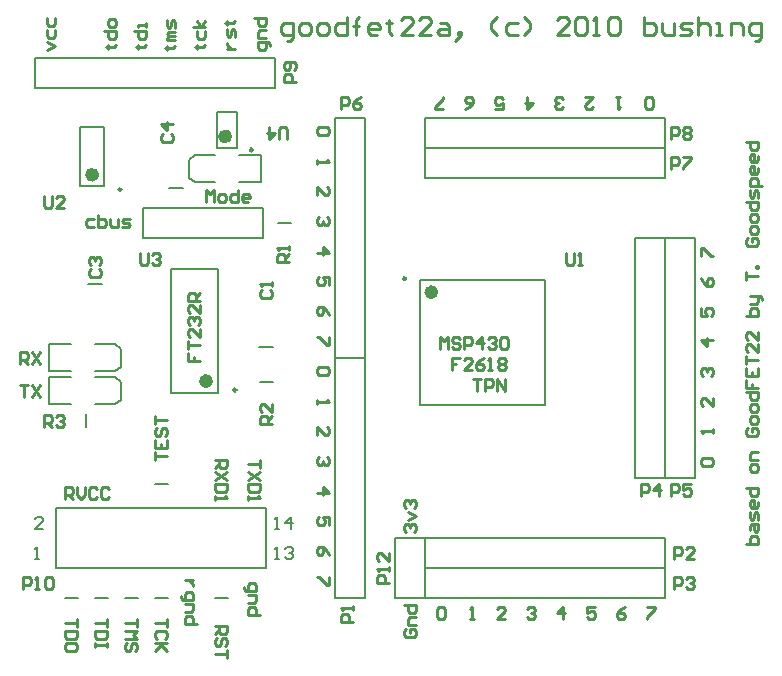
<source format=gto>
%FSAX25Y25*%
%MOIN*%
G70*
G01*
G75*
G04 Layer_Color=65535*
%ADD10O,0.06496X0.01181*%
%ADD11R,0.05906X0.05906*%
%ADD12O,0.07480X0.02362*%
%ADD13O,0.08268X0.01772*%
%ADD14R,0.05118X0.03937*%
%ADD15O,0.01181X0.06890*%
%ADD16O,0.06890X0.01181*%
%ADD17R,0.05512X0.05512*%
%ADD18R,0.03937X0.05118*%
%ADD19C,0.01000*%
%ADD20C,0.01400*%
%ADD21C,0.02000*%
%ADD22C,0.01200*%
%ADD23C,0.01600*%
%ADD24C,0.05906*%
%ADD25C,0.02362*%
%ADD26R,0.05906X0.05906*%
%ADD27C,0.03000*%
%ADD28R,0.09843X0.07874*%
%ADD29R,0.09055X0.01969*%
%ADD30C,0.00984*%
%ADD31C,0.02362*%
%ADD32C,0.00787*%
%ADD33C,0.00800*%
D19*
X0428000Y0368000D02*
X0428000Y0371999D01*
X0429999Y0371999D01*
X0430666Y0371332D01*
X0430666Y0369999D01*
X0429999Y0369333D01*
X0428000Y0369333D01*
X0431999Y0371332D02*
X0432665Y0371999D01*
X0433998Y0371999D01*
X0434664Y0371332D01*
X0434664Y0370666D01*
X0433998Y0369999D01*
X0433332Y0369999D01*
X0433998Y0369999D01*
X0434664Y0369333D01*
X0434664Y0368666D01*
X0433998Y0368000D01*
X0432665Y0368000D01*
X0431999Y0368666D01*
X0299000Y0518001D02*
X0299000Y0521334D01*
X0298334Y0522000D01*
X0297001Y0522000D01*
X0296334Y0521334D01*
X0296334Y0518001D01*
X0293002Y0522000D02*
X0293002Y0518001D01*
X0295001Y0520001D01*
X0292336Y0520001D01*
X0392000Y0479999D02*
X0392000Y0476666D01*
X0392666Y0476000D01*
X0393999Y0476000D01*
X0394666Y0476666D01*
X0394666Y0479999D01*
X0395999Y0476000D02*
X0397332Y0476000D01*
X0396665Y0476000D01*
X0396665Y0479999D01*
X0395999Y0479332D01*
X0250000Y0479999D02*
X0250000Y0476666D01*
X0250666Y0476000D01*
X0251999Y0476000D01*
X0252666Y0476666D01*
X0252666Y0479999D01*
X0253999Y0479332D02*
X0254665Y0479999D01*
X0255998Y0479999D01*
X0256664Y0479332D01*
X0256664Y0478666D01*
X0255998Y0477999D01*
X0255332Y0477999D01*
X0255998Y0477999D01*
X0256664Y0477333D01*
X0256664Y0476666D01*
X0255998Y0476000D01*
X0254665Y0476000D01*
X0253999Y0476666D01*
X0218000Y0498999D02*
X0218000Y0495666D01*
X0218666Y0495000D01*
X0219999Y0495000D01*
X0220666Y0495666D01*
X0220666Y0498999D01*
X0224664Y0495000D02*
X0221999Y0495000D01*
X0224664Y0497666D01*
X0224664Y0498332D01*
X0223998Y0498999D01*
X0222665Y0498999D01*
X0221999Y0498332D01*
X0218000Y0422000D02*
X0218000Y0425999D01*
X0219999Y0425999D01*
X0220666Y0425332D01*
X0220666Y0423999D01*
X0219999Y0423333D01*
X0218000Y0423333D01*
X0219333Y0423333D02*
X0220666Y0422000D01*
X0221999Y0425332D02*
X0222665Y0425999D01*
X0223998Y0425999D01*
X0224664Y0425332D01*
X0224664Y0424666D01*
X0223998Y0423999D01*
X0223332Y0423999D01*
X0223998Y0423999D01*
X0224664Y0423333D01*
X0224664Y0422666D01*
X0223998Y0422000D01*
X0222665Y0422000D01*
X0221999Y0422666D01*
X0294000Y0423000D02*
X0290001Y0423000D01*
X0290001Y0424999D01*
X0290668Y0425666D01*
X0292001Y0425666D01*
X0292667Y0424999D01*
X0292667Y0423000D01*
X0292667Y0424333D02*
X0294000Y0425666D01*
X0294000Y0429665D02*
X0294000Y0426999D01*
X0291334Y0429665D01*
X0290668Y0429665D01*
X0290001Y0428998D01*
X0290001Y0427665D01*
X0290668Y0426999D01*
X0299500Y0477000D02*
X0295501Y0477000D01*
X0295501Y0478999D01*
X0296168Y0479666D01*
X0297501Y0479666D01*
X0298167Y0478999D01*
X0298167Y0477000D01*
X0298167Y0478333D02*
X0299500Y0479666D01*
X0299500Y0480999D02*
X0299500Y0482332D01*
X0299500Y0481665D01*
X0295501Y0481665D01*
X0296168Y0480999D01*
X0211000Y0368000D02*
X0211000Y0371999D01*
X0212999Y0371999D01*
X0213666Y0371332D01*
X0213666Y0369999D01*
X0212999Y0369333D01*
X0211000Y0369333D01*
X0214999Y0368000D02*
X0216332Y0368000D01*
X0215665Y0368000D01*
X0215665Y0371999D01*
X0214999Y0371332D01*
X0218331Y0371332D02*
X0218997Y0371999D01*
X0220330Y0371999D01*
X0220997Y0371332D01*
X0220997Y0368666D01*
X0220330Y0368000D01*
X0218997Y0368000D01*
X0218331Y0368666D01*
X0218331Y0371332D01*
X0427000Y0518000D02*
X0427000Y0521999D01*
X0428999Y0521999D01*
X0429666Y0521332D01*
X0429666Y0519999D01*
X0428999Y0519333D01*
X0427000Y0519333D01*
X0430999Y0521332D02*
X0431665Y0521999D01*
X0432998Y0521999D01*
X0433665Y0521332D01*
X0433665Y0520666D01*
X0432998Y0519999D01*
X0433665Y0519333D01*
X0433665Y0518666D01*
X0432998Y0518000D01*
X0431665Y0518000D01*
X0430999Y0518666D01*
X0430999Y0519333D01*
X0431665Y0519999D01*
X0430999Y0520666D01*
X0430999Y0521332D01*
X0431665Y0519999D02*
X0432998Y0519999D01*
X0317000Y0528000D02*
X0317000Y0531999D01*
X0318999Y0531999D01*
X0319666Y0531332D01*
X0319666Y0529999D01*
X0318999Y0529333D01*
X0317000Y0529333D01*
X0323664Y0531999D02*
X0322332Y0531332D01*
X0320999Y0529999D01*
X0320999Y0528666D01*
X0321665Y0528000D01*
X0322998Y0528000D01*
X0323664Y0528666D01*
X0323664Y0529333D01*
X0322998Y0529999D01*
X0320999Y0529999D01*
X0427000Y0508000D02*
X0427000Y0511999D01*
X0428999Y0511999D01*
X0429666Y0511332D01*
X0429666Y0509999D01*
X0428999Y0509333D01*
X0427000Y0509333D01*
X0430999Y0511999D02*
X0433665Y0511999D01*
X0433665Y0511332D01*
X0430999Y0508666D01*
X0430999Y0508000D01*
X0427000Y0399000D02*
X0427000Y0402999D01*
X0428999Y0402999D01*
X0429666Y0402332D01*
X0429666Y0400999D01*
X0428999Y0400333D01*
X0427000Y0400333D01*
X0433665Y0402999D02*
X0430999Y0402999D01*
X0430999Y0400999D01*
X0432332Y0401666D01*
X0432998Y0401666D01*
X0433665Y0400999D01*
X0433665Y0399666D01*
X0432998Y0399000D01*
X0431665Y0399000D01*
X0430999Y0399666D01*
X0428000Y0378000D02*
X0428000Y0381999D01*
X0429999Y0381999D01*
X0430666Y0381332D01*
X0430666Y0379999D01*
X0429999Y0379333D01*
X0428000Y0379333D01*
X0434664Y0378000D02*
X0431999Y0378000D01*
X0434664Y0380666D01*
X0434664Y0381332D01*
X0433998Y0381999D01*
X0432665Y0381999D01*
X0431999Y0381332D01*
X0417000Y0399000D02*
X0417000Y0402999D01*
X0418999Y0402999D01*
X0419666Y0402332D01*
X0419666Y0400999D01*
X0418999Y0400333D01*
X0417000Y0400333D01*
X0422998Y0399000D02*
X0422998Y0402999D01*
X0420999Y0400999D01*
X0423665Y0400999D01*
X0302000Y0537000D02*
X0298001Y0537000D01*
X0298001Y0538999D01*
X0298668Y0539666D01*
X0300001Y0539666D01*
X0300667Y0538999D01*
X0300667Y0537000D01*
X0301334Y0540999D02*
X0302000Y0541665D01*
X0302000Y0542998D01*
X0301334Y0543665D01*
X0298668Y0543665D01*
X0298001Y0542998D01*
X0298001Y0541665D01*
X0298668Y0540999D01*
X0299334Y0540999D01*
X0300001Y0541665D01*
X0300001Y0543665D01*
X0321000Y0357000D02*
X0317001Y0357000D01*
X0317001Y0358999D01*
X0317668Y0359666D01*
X0319001Y0359666D01*
X0319667Y0358999D01*
X0319667Y0357000D01*
X0321000Y0360999D02*
X0321000Y0362332D01*
X0321000Y0361665D01*
X0317001Y0361665D01*
X0317668Y0360999D01*
X0257668Y0519666D02*
X0257001Y0518999D01*
X0257001Y0517666D01*
X0257668Y0517000D01*
X0260334Y0517000D01*
X0261000Y0517666D01*
X0261000Y0518999D01*
X0260334Y0519666D01*
X0261000Y0522998D02*
X0257001Y0522998D01*
X0259001Y0520999D01*
X0259001Y0523665D01*
X0233668Y0474666D02*
X0233001Y0473999D01*
X0233001Y0472666D01*
X0233668Y0472000D01*
X0236334Y0472000D01*
X0237000Y0472666D01*
X0237000Y0473999D01*
X0236334Y0474666D01*
X0233668Y0475999D02*
X0233001Y0476665D01*
X0233001Y0477998D01*
X0233668Y0478664D01*
X0234334Y0478664D01*
X0235001Y0477998D01*
X0235001Y0477332D01*
X0235001Y0477998D01*
X0235667Y0478664D01*
X0236334Y0478664D01*
X0237000Y0477998D01*
X0237000Y0476665D01*
X0236334Y0475999D01*
X0290668Y0467666D02*
X0290001Y0466999D01*
X0290001Y0465666D01*
X0290668Y0465000D01*
X0293334Y0465000D01*
X0294000Y0465666D01*
X0294000Y0466999D01*
X0293334Y0467666D01*
X0294000Y0468999D02*
X0294000Y0470332D01*
X0294000Y0469665D01*
X0290001Y0469665D01*
X0290668Y0468999D01*
X0333000Y0370000D02*
X0329001Y0370000D01*
X0329001Y0371999D01*
X0329668Y0372666D01*
X0331001Y0372666D01*
X0331667Y0371999D01*
X0331667Y0370000D01*
X0333000Y0373999D02*
X0333000Y0375332D01*
X0333000Y0374665D01*
X0329001Y0374665D01*
X0329668Y0373999D01*
X0333000Y0379997D02*
X0333000Y0377331D01*
X0330334Y0379997D01*
X0329668Y0379997D01*
X0329001Y0379330D01*
X0329001Y0377997D01*
X0329668Y0377331D01*
X0312999Y0372000D02*
X0312999Y0369334D01*
X0312332Y0369334D01*
X0309666Y0372000D01*
X0309000Y0372000D01*
X0312999Y0379334D02*
X0312332Y0380667D01*
X0310999Y0382000D01*
X0309666Y0382000D01*
X0309000Y0381334D01*
X0309000Y0380001D01*
X0309666Y0379334D01*
X0310333Y0379334D01*
X0310999Y0380001D01*
X0310999Y0382000D01*
X0312999Y0389334D02*
X0312999Y0392000D01*
X0310999Y0392000D01*
X0311666Y0390667D01*
X0311666Y0390001D01*
X0310999Y0389334D01*
X0309666Y0389334D01*
X0309000Y0390001D01*
X0309000Y0391334D01*
X0309666Y0392000D01*
X0309000Y0400001D02*
X0312999Y0400001D01*
X0310999Y0402000D01*
X0310999Y0399334D01*
X0312332Y0412000D02*
X0312999Y0411334D01*
X0312999Y0410001D01*
X0312332Y0409334D01*
X0311666Y0409334D01*
X0310999Y0410001D01*
X0310999Y0410667D01*
X0310999Y0410001D01*
X0310333Y0409334D01*
X0309666Y0409334D01*
X0309000Y0410001D01*
X0309000Y0411334D01*
X0309666Y0412000D01*
X0309000Y0419334D02*
X0309000Y0422000D01*
X0311666Y0419334D01*
X0312332Y0419334D01*
X0312999Y0420001D01*
X0312999Y0421334D01*
X0312332Y0422000D01*
X0309000Y0431000D02*
X0309000Y0429667D01*
X0309000Y0430334D01*
X0312999Y0430334D01*
X0312332Y0431000D01*
X0312332Y0442000D02*
X0312999Y0441334D01*
X0312999Y0440001D01*
X0312332Y0439334D01*
X0309666Y0439334D01*
X0309000Y0440001D01*
X0309000Y0441334D01*
X0309666Y0442000D01*
X0312332Y0442000D01*
X0312999Y0452000D02*
X0312999Y0449334D01*
X0312332Y0449334D01*
X0309666Y0452000D01*
X0309000Y0452000D01*
X0312999Y0459334D02*
X0312332Y0460667D01*
X0310999Y0462000D01*
X0309666Y0462000D01*
X0309000Y0461334D01*
X0309000Y0460001D01*
X0309666Y0459334D01*
X0310333Y0459334D01*
X0310999Y0460001D01*
X0310999Y0462000D01*
X0312999Y0469334D02*
X0312999Y0472000D01*
X0310999Y0472000D01*
X0311666Y0470667D01*
X0311666Y0470001D01*
X0310999Y0469334D01*
X0309666Y0469334D01*
X0309000Y0470001D01*
X0309000Y0471334D01*
X0309666Y0472000D01*
X0309000Y0480001D02*
X0312999Y0480001D01*
X0310999Y0482000D01*
X0310999Y0479334D01*
X0312332Y0492000D02*
X0312999Y0491334D01*
X0312999Y0490001D01*
X0312332Y0489334D01*
X0311666Y0489334D01*
X0310999Y0490001D01*
X0310999Y0490667D01*
X0310999Y0490001D01*
X0310333Y0489334D01*
X0309666Y0489334D01*
X0309000Y0490001D01*
X0309000Y0491334D01*
X0309666Y0492000D01*
X0309000Y0499334D02*
X0309000Y0502000D01*
X0311666Y0499334D01*
X0312332Y0499334D01*
X0312999Y0500001D01*
X0312999Y0501334D01*
X0312332Y0502000D01*
X0309000Y0511000D02*
X0309000Y0509667D01*
X0309000Y0510334D01*
X0312999Y0510334D01*
X0312332Y0511000D01*
X0312332Y0522000D02*
X0312999Y0521334D01*
X0312999Y0520001D01*
X0312332Y0519334D01*
X0309666Y0519334D01*
X0309000Y0520001D01*
X0309000Y0521334D01*
X0309666Y0522000D01*
X0312332Y0522000D01*
X0351000Y0528001D02*
X0348334Y0528001D01*
X0348334Y0528668D01*
X0351000Y0531334D01*
X0351000Y0532000D01*
X0358334Y0528001D02*
X0359667Y0528668D01*
X0361000Y0530001D01*
X0361000Y0531334D01*
X0360334Y0532000D01*
X0359001Y0532000D01*
X0358334Y0531334D01*
X0358334Y0530667D01*
X0359001Y0530001D01*
X0361000Y0530001D01*
X0368334Y0528001D02*
X0371000Y0528001D01*
X0371000Y0530001D01*
X0369667Y0529334D01*
X0369001Y0529334D01*
X0368334Y0530001D01*
X0368334Y0531334D01*
X0369001Y0532000D01*
X0370334Y0532000D01*
X0371000Y0531334D01*
X0379001Y0532000D02*
X0379001Y0528001D01*
X0381000Y0530001D01*
X0378334Y0530001D01*
X0391000Y0528668D02*
X0390334Y0528001D01*
X0389001Y0528001D01*
X0388334Y0528668D01*
X0388334Y0529334D01*
X0389001Y0530001D01*
X0389667Y0530001D01*
X0389001Y0530001D01*
X0388334Y0530667D01*
X0388334Y0531334D01*
X0389001Y0532000D01*
X0390334Y0532000D01*
X0391000Y0531334D01*
X0398334Y0532000D02*
X0401000Y0532000D01*
X0398334Y0529334D01*
X0398334Y0528668D01*
X0399001Y0528001D01*
X0400334Y0528001D01*
X0401000Y0528668D01*
X0410000Y0532000D02*
X0408667Y0532000D01*
X0409334Y0532000D01*
X0409334Y0528001D01*
X0410000Y0528668D01*
X0421000Y0528668D02*
X0420334Y0528001D01*
X0419001Y0528001D01*
X0418334Y0528668D01*
X0418334Y0531334D01*
X0419001Y0532000D01*
X0420334Y0532000D01*
X0421000Y0531334D01*
X0421000Y0528668D01*
X0437001Y0479000D02*
X0437001Y0481666D01*
X0437668Y0481666D01*
X0440334Y0479000D01*
X0441000Y0479000D01*
X0437001Y0471666D02*
X0437668Y0470333D01*
X0439001Y0469000D01*
X0440334Y0469000D01*
X0441000Y0469666D01*
X0441000Y0470999D01*
X0440334Y0471666D01*
X0439667Y0471666D01*
X0439001Y0470999D01*
X0439001Y0469000D01*
X0437001Y0461666D02*
X0437001Y0459000D01*
X0439001Y0459000D01*
X0438334Y0460333D01*
X0438334Y0460999D01*
X0439001Y0461666D01*
X0440334Y0461666D01*
X0441000Y0460999D01*
X0441000Y0459666D01*
X0440334Y0459000D01*
X0441000Y0450999D02*
X0437001Y0450999D01*
X0439001Y0449000D01*
X0439001Y0451666D01*
X0437668Y0439000D02*
X0437001Y0439666D01*
X0437001Y0440999D01*
X0437668Y0441666D01*
X0438334Y0441666D01*
X0439001Y0440999D01*
X0439001Y0440333D01*
X0439001Y0440999D01*
X0439667Y0441666D01*
X0440334Y0441666D01*
X0441000Y0440999D01*
X0441000Y0439666D01*
X0440334Y0439000D01*
X0441000Y0431666D02*
X0441000Y0429000D01*
X0438334Y0431666D01*
X0437668Y0431666D01*
X0437001Y0430999D01*
X0437001Y0429666D01*
X0437668Y0429000D01*
X0441000Y0420000D02*
X0441000Y0421333D01*
X0441000Y0420666D01*
X0437001Y0420666D01*
X0437668Y0420000D01*
X0437668Y0409000D02*
X0437001Y0409666D01*
X0437001Y0410999D01*
X0437668Y0411666D01*
X0440334Y0411666D01*
X0441000Y0410999D01*
X0441000Y0409666D01*
X0440334Y0409000D01*
X0437668Y0409000D01*
X0349000Y0361332D02*
X0349666Y0361999D01*
X0350999Y0361999D01*
X0351666Y0361332D01*
X0351666Y0358666D01*
X0350999Y0358000D01*
X0349666Y0358000D01*
X0349000Y0358666D01*
X0349000Y0361332D01*
X0210000Y0435999D02*
X0212666Y0435999D01*
X0211333Y0435999D01*
X0211333Y0432000D01*
X0213999Y0435999D02*
X0216665Y0432000D01*
X0216665Y0435999D02*
X0213999Y0432000D01*
X0210000Y0443000D02*
X0210000Y0446999D01*
X0211999Y0446999D01*
X0212666Y0446332D01*
X0212666Y0444999D01*
X0211999Y0444333D01*
X0210000Y0444333D01*
X0211333Y0444333D02*
X0212666Y0443000D01*
X0213999Y0446999D02*
X0216665Y0443000D01*
X0216665Y0446999D02*
X0213999Y0443000D01*
X0272000Y0497000D02*
X0272000Y0500999D01*
X0273333Y0499666D01*
X0274666Y0500999D01*
X0274666Y0497000D01*
X0276665Y0497000D02*
X0277998Y0497000D01*
X0278664Y0497666D01*
X0278664Y0498999D01*
X0277998Y0499666D01*
X0276665Y0499666D01*
X0275999Y0498999D01*
X0275999Y0497666D01*
X0276665Y0497000D01*
X0282663Y0500999D02*
X0282663Y0497000D01*
X0280664Y0497000D01*
X0279997Y0497666D01*
X0279997Y0498999D01*
X0280664Y0499666D01*
X0282663Y0499666D01*
X0285996Y0497000D02*
X0284663Y0497000D01*
X0283996Y0497666D01*
X0283996Y0498999D01*
X0284663Y0499666D01*
X0285996Y0499666D01*
X0286662Y0498999D01*
X0286662Y0498333D01*
X0283996Y0498333D01*
X0234666Y0491166D02*
X0232666Y0491166D01*
X0232000Y0490499D01*
X0232000Y0489166D01*
X0232666Y0488500D01*
X0234666Y0488500D01*
X0235999Y0492499D02*
X0235999Y0488500D01*
X0237998Y0488500D01*
X0238665Y0489166D01*
X0238665Y0489833D01*
X0238665Y0490499D01*
X0237998Y0491166D01*
X0235999Y0491166D01*
X0239997Y0491166D02*
X0239997Y0489166D01*
X0240664Y0488500D01*
X0242663Y0488500D01*
X0242663Y0491166D01*
X0243996Y0488500D02*
X0245995Y0488500D01*
X0246662Y0489166D01*
X0245995Y0489833D01*
X0244663Y0489833D01*
X0243996Y0490499D01*
X0244663Y0491166D01*
X0246662Y0491166D01*
X0275000Y0355500D02*
X0278999Y0355500D01*
X0278999Y0353501D01*
X0278332Y0352834D01*
X0276999Y0352834D01*
X0276333Y0353501D01*
X0276333Y0355500D01*
X0276333Y0354167D02*
X0275000Y0352834D01*
X0278332Y0348835D02*
X0278999Y0349502D01*
X0278999Y0350835D01*
X0278332Y0351501D01*
X0277666Y0351501D01*
X0276999Y0350835D01*
X0276999Y0349502D01*
X0276333Y0348835D01*
X0275666Y0348835D01*
X0275000Y0349502D01*
X0275000Y0350835D01*
X0275666Y0351501D01*
X0278999Y0347503D02*
X0278999Y0344837D01*
X0278999Y0346170D01*
X0275000Y0346170D01*
X0258999Y0358000D02*
X0258999Y0355334D01*
X0258999Y0356667D01*
X0255000Y0356667D01*
X0258332Y0351336D02*
X0258999Y0352002D01*
X0258999Y0353335D01*
X0258332Y0354001D01*
X0255666Y0354001D01*
X0255000Y0353335D01*
X0255000Y0352002D01*
X0255666Y0351336D01*
X0258999Y0350003D02*
X0255000Y0350003D01*
X0256333Y0350003D01*
X0258999Y0347337D01*
X0256999Y0349336D01*
X0255000Y0347337D01*
X0248999Y0358000D02*
X0248999Y0355334D01*
X0248999Y0356667D01*
X0245000Y0356667D01*
X0245000Y0354001D02*
X0248999Y0354001D01*
X0247666Y0352668D01*
X0248999Y0351336D01*
X0245000Y0351336D01*
X0248332Y0347337D02*
X0248999Y0348003D01*
X0248999Y0349336D01*
X0248332Y0350003D01*
X0247666Y0350003D01*
X0246999Y0349336D01*
X0246999Y0348003D01*
X0246333Y0347337D01*
X0245666Y0347337D01*
X0245000Y0348003D01*
X0245000Y0349336D01*
X0245666Y0350003D01*
X0238999Y0358000D02*
X0238999Y0355334D01*
X0238999Y0356667D01*
X0235000Y0356667D01*
X0238999Y0354001D02*
X0235000Y0354001D01*
X0235000Y0352002D01*
X0235666Y0351336D01*
X0238332Y0351336D01*
X0238999Y0352002D01*
X0238999Y0354001D01*
X0238999Y0350003D02*
X0238999Y0348670D01*
X0238999Y0349336D01*
X0235000Y0349336D01*
X0235000Y0350003D01*
X0235000Y0348670D01*
X0228999Y0358000D02*
X0228999Y0355334D01*
X0228999Y0356667D01*
X0225000Y0356667D01*
X0228999Y0354001D02*
X0225000Y0354001D01*
X0225000Y0352002D01*
X0225666Y0351336D01*
X0228332Y0351336D01*
X0228999Y0352002D01*
X0228999Y0354001D01*
X0228999Y0348003D02*
X0228999Y0349336D01*
X0228332Y0350003D01*
X0225666Y0350003D01*
X0225000Y0349336D01*
X0225000Y0348003D01*
X0225666Y0347337D01*
X0228332Y0347337D01*
X0228999Y0348003D01*
X0225000Y0398000D02*
X0225000Y0401999D01*
X0226999Y0401999D01*
X0227666Y0401332D01*
X0227666Y0399999D01*
X0226999Y0399333D01*
X0225000Y0399333D01*
X0226333Y0399333D02*
X0227666Y0398000D01*
X0228999Y0401999D02*
X0228999Y0399333D01*
X0230332Y0398000D01*
X0231664Y0399333D01*
X0231664Y0401999D01*
X0235663Y0401332D02*
X0234997Y0401999D01*
X0233664Y0401999D01*
X0232997Y0401332D01*
X0232997Y0398666D01*
X0233664Y0398000D01*
X0234997Y0398000D01*
X0235663Y0398666D01*
X0239662Y0401332D02*
X0238996Y0401999D01*
X0237663Y0401999D01*
X0236996Y0401332D01*
X0236996Y0398666D01*
X0237663Y0398000D01*
X0238996Y0398000D01*
X0239662Y0398666D01*
X0255001Y0411000D02*
X0255001Y0413666D01*
X0255001Y0412333D01*
X0259000Y0412333D01*
X0255001Y0417664D02*
X0255001Y0414999D01*
X0259000Y0414999D01*
X0259000Y0417664D01*
X0257001Y0414999D02*
X0257001Y0416332D01*
X0255668Y0421663D02*
X0255001Y0420997D01*
X0255001Y0419664D01*
X0255668Y0418997D01*
X0256334Y0418997D01*
X0257001Y0419664D01*
X0257001Y0420997D01*
X0257667Y0421663D01*
X0258334Y0421663D01*
X0259000Y0420997D01*
X0259000Y0419664D01*
X0258334Y0418997D01*
X0255001Y0422996D02*
X0255001Y0425662D01*
X0255001Y0424329D01*
X0259000Y0424329D01*
X0275000Y0411000D02*
X0278999Y0411000D01*
X0278999Y0409001D01*
X0278332Y0408334D01*
X0276999Y0408334D01*
X0276333Y0409001D01*
X0276333Y0411000D01*
X0276333Y0409667D02*
X0275000Y0408334D01*
X0278999Y0407001D02*
X0275000Y0404335D01*
X0278999Y0404335D02*
X0275000Y0407001D01*
X0278999Y0403003D02*
X0275000Y0403003D01*
X0275000Y0401003D01*
X0275666Y0400337D01*
X0278332Y0400337D01*
X0278999Y0401003D01*
X0278999Y0403003D01*
X0275000Y0399004D02*
X0275000Y0397671D01*
X0275000Y0398337D01*
X0278999Y0398337D01*
X0278332Y0399004D01*
X0289999Y0411000D02*
X0289999Y0408334D01*
X0289999Y0409667D01*
X0286000Y0409667D01*
X0289999Y0407001D02*
X0286000Y0404335D01*
X0289999Y0404335D02*
X0286000Y0407001D01*
X0289999Y0403003D02*
X0286000Y0403003D01*
X0286000Y0401003D01*
X0286666Y0400337D01*
X0289332Y0400337D01*
X0289999Y0401003D01*
X0289999Y0403003D01*
X0286000Y0399004D02*
X0286000Y0397671D01*
X0286000Y0398337D01*
X0289999Y0398337D01*
X0289332Y0399004D01*
X0258168Y0548166D02*
X0258834Y0548166D01*
X0258834Y0547500D01*
X0258834Y0548833D01*
X0258834Y0548166D01*
X0260834Y0548166D01*
X0261500Y0548833D01*
X0261500Y0550832D02*
X0258834Y0550832D01*
X0258834Y0551499D01*
X0259501Y0552165D01*
X0261500Y0552165D01*
X0259501Y0552165D01*
X0258834Y0552832D01*
X0259501Y0553498D01*
X0261500Y0553498D01*
X0261500Y0554831D02*
X0261500Y0556830D01*
X0260834Y0557497D01*
X0260167Y0556830D01*
X0260167Y0555497D01*
X0259501Y0554831D01*
X0258834Y0555497D01*
X0258834Y0557497D01*
X0248668Y0548666D02*
X0249334Y0548666D01*
X0249334Y0548000D01*
X0249334Y0549333D01*
X0249334Y0548666D01*
X0251334Y0548666D01*
X0252000Y0549333D01*
X0248001Y0553998D02*
X0252000Y0553998D01*
X0252000Y0551999D01*
X0251334Y0551332D01*
X0250001Y0551332D01*
X0249334Y0551999D01*
X0249334Y0553998D01*
X0252000Y0555331D02*
X0252000Y0556664D01*
X0252000Y0555997D01*
X0249334Y0555997D01*
X0249334Y0555331D01*
X0238668Y0548666D02*
X0239334Y0548666D01*
X0239334Y0548000D01*
X0239334Y0549333D01*
X0239334Y0548666D01*
X0241334Y0548666D01*
X0242000Y0549333D01*
X0238001Y0553998D02*
X0242000Y0553998D01*
X0242000Y0551999D01*
X0241334Y0551332D01*
X0240001Y0551332D01*
X0239334Y0551999D01*
X0239334Y0553998D01*
X0242000Y0555997D02*
X0242000Y0557330D01*
X0241334Y0557997D01*
X0240001Y0557997D01*
X0239334Y0557330D01*
X0239334Y0555997D01*
X0240001Y0555331D01*
X0241334Y0555331D01*
X0242000Y0555997D01*
X0268168Y0548666D02*
X0268834Y0548666D01*
X0268834Y0548000D01*
X0268834Y0549333D01*
X0268834Y0548666D01*
X0270834Y0548666D01*
X0271500Y0549333D01*
X0268834Y0553998D02*
X0268834Y0551999D01*
X0269501Y0551332D01*
X0270834Y0551332D01*
X0271500Y0551999D01*
X0271500Y0553998D01*
X0271500Y0555331D02*
X0267501Y0555331D01*
X0270167Y0555331D02*
X0268834Y0557330D01*
X0270167Y0555331D02*
X0271500Y0557330D01*
X0278834Y0548000D02*
X0281500Y0548000D01*
X0280167Y0548000D01*
X0279501Y0548666D01*
X0278834Y0549333D01*
X0278834Y0549999D01*
X0281500Y0551999D02*
X0281500Y0553998D01*
X0280834Y0554665D01*
X0280167Y0553998D01*
X0280167Y0552665D01*
X0279501Y0551999D01*
X0278834Y0552665D01*
X0278834Y0554665D01*
X0278168Y0556664D02*
X0278834Y0556664D01*
X0278834Y0555997D01*
X0278834Y0557330D01*
X0278834Y0556664D01*
X0280834Y0556664D01*
X0281500Y0557330D01*
X0293333Y0548833D02*
X0293333Y0549499D01*
X0292666Y0550166D01*
X0289334Y0550166D01*
X0289334Y0548166D01*
X0290001Y0547500D01*
X0291334Y0547500D01*
X0292000Y0548166D01*
X0292000Y0550166D01*
X0292000Y0551499D02*
X0289334Y0551499D01*
X0289334Y0553498D01*
X0290001Y0554165D01*
X0292000Y0554165D01*
X0288001Y0558163D02*
X0292000Y0558163D01*
X0292000Y0556164D01*
X0291334Y0555497D01*
X0290001Y0555497D01*
X0289334Y0556164D01*
X0289334Y0558163D01*
X0218834Y0547500D02*
X0221500Y0548833D01*
X0218834Y0550166D01*
X0218834Y0554165D02*
X0218834Y0552165D01*
X0219501Y0551499D01*
X0220834Y0551499D01*
X0221500Y0552165D01*
X0221500Y0554165D01*
X0218834Y0558163D02*
X0218834Y0556164D01*
X0219501Y0555497D01*
X0220834Y0555497D01*
X0221500Y0556164D01*
X0221500Y0558163D01*
X0298999Y0550601D02*
X0299999Y0550601D01*
X0300999Y0551600D01*
X0300999Y0556599D01*
X0298000Y0556599D01*
X0297000Y0555599D01*
X0297000Y0553600D01*
X0298000Y0552600D01*
X0300999Y0552600D01*
X0303998Y0552600D02*
X0305997Y0552600D01*
X0306997Y0553600D01*
X0306997Y0555599D01*
X0305997Y0556599D01*
X0303998Y0556599D01*
X0302998Y0555599D01*
X0302998Y0553600D01*
X0303998Y0552600D01*
X0309996Y0552600D02*
X0311995Y0552600D01*
X0312995Y0553600D01*
X0312995Y0555599D01*
X0311995Y0556599D01*
X0309996Y0556599D01*
X0308996Y0555599D01*
X0308996Y0553600D01*
X0309996Y0552600D01*
X0318993Y0558598D02*
X0318993Y0552600D01*
X0315994Y0552600D01*
X0314994Y0553600D01*
X0314994Y0555599D01*
X0315994Y0556599D01*
X0318993Y0556599D01*
X0321992Y0552600D02*
X0321992Y0557598D01*
X0321992Y0555599D01*
X0320992Y0555599D01*
X0322992Y0555599D01*
X0321992Y0555599D01*
X0321992Y0557598D01*
X0322992Y0558598D01*
X0328990Y0552600D02*
X0326990Y0552600D01*
X0325991Y0553600D01*
X0325991Y0555599D01*
X0326990Y0556599D01*
X0328990Y0556599D01*
X0329989Y0555599D01*
X0329989Y0554599D01*
X0325991Y0554599D01*
X0332988Y0557598D02*
X0332988Y0556599D01*
X0331989Y0556599D01*
X0333988Y0556599D01*
X0332988Y0556599D01*
X0332988Y0553600D01*
X0333988Y0552600D01*
X0340986Y0552600D02*
X0336987Y0552600D01*
X0340986Y0556599D01*
X0340986Y0557598D01*
X0339986Y0558598D01*
X0337987Y0558598D01*
X0336987Y0557598D01*
X0346984Y0552600D02*
X0342985Y0552600D01*
X0346984Y0556599D01*
X0346984Y0557598D01*
X0345984Y0558598D01*
X0343985Y0558598D01*
X0342985Y0557598D01*
X0349983Y0556599D02*
X0351982Y0556599D01*
X0352982Y0555599D01*
X0352982Y0552600D01*
X0349983Y0552600D01*
X0348983Y0553600D01*
X0349983Y0554599D01*
X0352982Y0554599D01*
X0355981Y0551600D02*
X0356981Y0552600D01*
X0356981Y0553600D01*
X0355981Y0553600D01*
X0355981Y0552600D01*
X0356981Y0552600D01*
X0355981Y0551600D01*
X0354981Y0550601D01*
X0368977Y0552600D02*
X0366977Y0554599D01*
X0366977Y0556599D01*
X0368977Y0558598D01*
X0375974Y0556599D02*
X0372975Y0556599D01*
X0371976Y0555599D01*
X0371976Y0553600D01*
X0372975Y0552600D01*
X0375974Y0552600D01*
X0377974Y0552600D02*
X0379973Y0554599D01*
X0379973Y0556599D01*
X0377974Y0558598D01*
X0392969Y0552600D02*
X0388970Y0552600D01*
X0392969Y0556599D01*
X0392969Y0557598D01*
X0391969Y0558598D01*
X0389970Y0558598D01*
X0388970Y0557598D01*
X0394968Y0557598D02*
X0395968Y0558598D01*
X0397967Y0558598D01*
X0398967Y0557598D01*
X0398967Y0553600D01*
X0397967Y0552600D01*
X0395968Y0552600D01*
X0394968Y0553600D01*
X0394968Y0557598D01*
X0400966Y0552600D02*
X0402966Y0552600D01*
X0401966Y0552600D01*
X0401966Y0558598D01*
X0400966Y0557598D01*
X0405965Y0557598D02*
X0406964Y0558598D01*
X0408964Y0558598D01*
X0409964Y0557598D01*
X0409964Y0553600D01*
X0408964Y0552600D01*
X0406964Y0552600D01*
X0405965Y0553600D01*
X0405965Y0557598D01*
X0417961Y0558598D02*
X0417961Y0552600D01*
X0420960Y0552600D01*
X0421960Y0553600D01*
X0421960Y0554599D01*
X0421960Y0555599D01*
X0420960Y0556599D01*
X0417961Y0556599D01*
X0423959Y0556599D02*
X0423959Y0553600D01*
X0424959Y0552600D01*
X0427958Y0552600D01*
X0427958Y0556599D01*
X0429957Y0552600D02*
X0432956Y0552600D01*
X0433956Y0553600D01*
X0432956Y0554599D01*
X0430957Y0554599D01*
X0429957Y0555599D01*
X0430957Y0556599D01*
X0433956Y0556599D01*
X0435955Y0558598D02*
X0435955Y0552600D01*
X0435955Y0555599D01*
X0436955Y0556599D01*
X0438954Y0556599D01*
X0439954Y0555599D01*
X0439954Y0552600D01*
X0441953Y0552600D02*
X0443953Y0552600D01*
X0442953Y0552600D01*
X0442953Y0556599D01*
X0441953Y0556599D01*
X0446951Y0552600D02*
X0446951Y0556599D01*
X0449951Y0556599D01*
X0450950Y0555599D01*
X0450950Y0552600D01*
X0454949Y0550601D02*
X0455949Y0550601D01*
X0456948Y0551600D01*
X0456948Y0556599D01*
X0453949Y0556599D01*
X0452949Y0555599D01*
X0452949Y0553600D01*
X0453949Y0552600D01*
X0456948Y0552600D01*
X0452001Y0383000D02*
X0456000Y0383000D01*
X0456000Y0384999D01*
X0455334Y0385666D01*
X0454667Y0385666D01*
X0454001Y0385666D01*
X0453334Y0384999D01*
X0453334Y0383000D01*
X0453334Y0387665D02*
X0453334Y0388998D01*
X0454001Y0389665D01*
X0456000Y0389665D01*
X0456000Y0387665D01*
X0455334Y0386999D01*
X0454667Y0387665D01*
X0454667Y0389665D01*
X0456000Y0390997D02*
X0456000Y0392997D01*
X0455334Y0393663D01*
X0454667Y0392997D01*
X0454667Y0391664D01*
X0454001Y0390997D01*
X0453334Y0391664D01*
X0453334Y0393663D01*
X0456000Y0396995D02*
X0456000Y0395663D01*
X0455334Y0394996D01*
X0454001Y0394996D01*
X0453334Y0395663D01*
X0453334Y0396995D01*
X0454001Y0397662D01*
X0454667Y0397662D01*
X0454667Y0394996D01*
X0452001Y0401661D02*
X0456000Y0401661D01*
X0456000Y0399661D01*
X0455334Y0398995D01*
X0454001Y0398995D01*
X0453334Y0399661D01*
X0453334Y0401661D01*
X0456000Y0407659D02*
X0456000Y0408992D01*
X0455334Y0409658D01*
X0454001Y0409658D01*
X0453334Y0408992D01*
X0453334Y0407659D01*
X0454001Y0406992D01*
X0455334Y0406992D01*
X0456000Y0407659D01*
X0456000Y0410991D02*
X0453334Y0410991D01*
X0453334Y0412990D01*
X0454001Y0413657D01*
X0456000Y0413657D01*
X0452668Y0421654D02*
X0452001Y0420988D01*
X0452001Y0419655D01*
X0452668Y0418988D01*
X0455334Y0418988D01*
X0456000Y0419655D01*
X0456000Y0420988D01*
X0455334Y0421654D01*
X0454001Y0421654D01*
X0454001Y0420321D01*
X0456000Y0423654D02*
X0456000Y0424986D01*
X0455334Y0425653D01*
X0454001Y0425653D01*
X0453334Y0424986D01*
X0453334Y0423654D01*
X0454001Y0422987D01*
X0455334Y0422987D01*
X0456000Y0423654D01*
X0456000Y0427652D02*
X0456000Y0428985D01*
X0455334Y0429652D01*
X0454001Y0429652D01*
X0453334Y0428985D01*
X0453334Y0427652D01*
X0454001Y0426986D01*
X0455334Y0426986D01*
X0456000Y0427652D01*
X0452001Y0433650D02*
X0456000Y0433650D01*
X0456000Y0431651D01*
X0455334Y0430984D01*
X0454001Y0430984D01*
X0453334Y0431651D01*
X0453334Y0433650D01*
X0452001Y0437649D02*
X0452001Y0434983D01*
X0454001Y0434983D01*
X0454001Y0436316D01*
X0454001Y0434983D01*
X0456000Y0434983D01*
X0452001Y0441648D02*
X0452001Y0438982D01*
X0456000Y0438982D01*
X0456000Y0441648D01*
X0454001Y0438982D02*
X0454001Y0440315D01*
X0452001Y0442981D02*
X0452001Y0445646D01*
X0452001Y0444314D01*
X0456000Y0444314D01*
X0456000Y0449645D02*
X0456000Y0446979D01*
X0453334Y0449645D01*
X0452668Y0449645D01*
X0452001Y0448979D01*
X0452001Y0447646D01*
X0452668Y0446979D01*
X0456000Y0453644D02*
X0456000Y0450978D01*
X0453334Y0453644D01*
X0452668Y0453644D01*
X0452001Y0452977D01*
X0452001Y0451645D01*
X0452668Y0450978D01*
X0452001Y0458976D02*
X0456000Y0458976D01*
X0456000Y0460975D01*
X0455334Y0461641D01*
X0454667Y0461641D01*
X0454001Y0461641D01*
X0453334Y0460975D01*
X0453334Y0458976D01*
X0453334Y0462974D02*
X0455334Y0462974D01*
X0456000Y0463641D01*
X0456000Y0465640D01*
X0456666Y0465640D01*
X0457333Y0464973D01*
X0457333Y0464307D01*
X0456000Y0465640D02*
X0453334Y0465640D01*
X0452001Y0470972D02*
X0452001Y0473637D01*
X0452001Y0472304D01*
X0456000Y0472304D01*
X0456000Y0474970D02*
X0455334Y0474970D01*
X0455334Y0475637D01*
X0456000Y0475637D01*
X0456000Y0474970D01*
X0452668Y0484967D02*
X0452001Y0484301D01*
X0452001Y0482968D01*
X0452668Y0482301D01*
X0455334Y0482301D01*
X0456000Y0482968D01*
X0456000Y0484301D01*
X0455334Y0484967D01*
X0454001Y0484967D01*
X0454001Y0483634D01*
X0456000Y0486967D02*
X0456000Y0488299D01*
X0455334Y0488966D01*
X0454001Y0488966D01*
X0453334Y0488299D01*
X0453334Y0486967D01*
X0454001Y0486300D01*
X0455334Y0486300D01*
X0456000Y0486967D01*
X0456000Y0490965D02*
X0456000Y0492298D01*
X0455334Y0492965D01*
X0454001Y0492965D01*
X0453334Y0492298D01*
X0453334Y0490965D01*
X0454001Y0490299D01*
X0455334Y0490299D01*
X0456000Y0490965D01*
X0452001Y0496963D02*
X0456000Y0496963D01*
X0456000Y0494964D01*
X0455334Y0494297D01*
X0454001Y0494297D01*
X0453334Y0494964D01*
X0453334Y0496963D01*
X0456000Y0498296D02*
X0456000Y0500295D01*
X0455334Y0500962D01*
X0454667Y0500295D01*
X0454667Y0498963D01*
X0454001Y0498296D01*
X0453334Y0498963D01*
X0453334Y0500962D01*
X0457333Y0502295D02*
X0453334Y0502295D01*
X0453334Y0504294D01*
X0454001Y0504961D01*
X0455334Y0504961D01*
X0456000Y0504294D01*
X0456000Y0502295D01*
X0456000Y0508293D02*
X0456000Y0506960D01*
X0455334Y0506294D01*
X0454001Y0506294D01*
X0453334Y0506960D01*
X0453334Y0508293D01*
X0454001Y0508959D01*
X0454667Y0508959D01*
X0454667Y0506294D01*
X0456000Y0512292D02*
X0456000Y0510959D01*
X0455334Y0510292D01*
X0454001Y0510292D01*
X0453334Y0510959D01*
X0453334Y0512292D01*
X0454001Y0512958D01*
X0454667Y0512958D01*
X0454667Y0510292D01*
X0452001Y0516957D02*
X0456000Y0516957D01*
X0456000Y0514957D01*
X0455334Y0514291D01*
X0454001Y0514291D01*
X0453334Y0514957D01*
X0453334Y0516957D01*
X0360000Y0358000D02*
X0361333Y0358000D01*
X0360666Y0358000D01*
X0360666Y0361999D01*
X0360000Y0361332D01*
X0371666Y0358000D02*
X0369000Y0358000D01*
X0371666Y0360666D01*
X0371666Y0361332D01*
X0370999Y0361999D01*
X0369666Y0361999D01*
X0369000Y0361332D01*
X0379000Y0361332D02*
X0379666Y0361999D01*
X0380999Y0361999D01*
X0381666Y0361332D01*
X0381666Y0360666D01*
X0380999Y0359999D01*
X0380333Y0359999D01*
X0380999Y0359999D01*
X0381666Y0359333D01*
X0381666Y0358666D01*
X0380999Y0358000D01*
X0379666Y0358000D01*
X0379000Y0358666D01*
X0390999Y0358000D02*
X0390999Y0361999D01*
X0389000Y0359999D01*
X0391666Y0359999D01*
X0401666Y0361999D02*
X0399000Y0361999D01*
X0399000Y0359999D01*
X0400333Y0360666D01*
X0400999Y0360666D01*
X0401666Y0359999D01*
X0401666Y0358666D01*
X0400999Y0358000D01*
X0399666Y0358000D01*
X0399000Y0358666D01*
X0411666Y0361999D02*
X0410333Y0361332D01*
X0409000Y0359999D01*
X0409000Y0358666D01*
X0409666Y0358000D01*
X0410999Y0358000D01*
X0411666Y0358666D01*
X0411666Y0359333D01*
X0410999Y0359999D01*
X0409000Y0359999D01*
X0419000Y0361999D02*
X0421666Y0361999D01*
X0421666Y0361332D01*
X0419000Y0358666D01*
X0419000Y0358000D01*
X0338668Y0354666D02*
X0338001Y0353999D01*
X0338001Y0352666D01*
X0338668Y0352000D01*
X0341334Y0352000D01*
X0342000Y0352666D01*
X0342000Y0353999D01*
X0341334Y0354666D01*
X0340001Y0354666D01*
X0340001Y0353333D01*
X0342000Y0355999D02*
X0339334Y0355999D01*
X0339334Y0357998D01*
X0340001Y0358664D01*
X0342000Y0358664D01*
X0338001Y0362663D02*
X0342000Y0362663D01*
X0342000Y0360664D01*
X0341334Y0359997D01*
X0340001Y0359997D01*
X0339334Y0360664D01*
X0339334Y0362663D01*
X0338668Y0387000D02*
X0338001Y0387666D01*
X0338001Y0388999D01*
X0338668Y0389666D01*
X0339334Y0389666D01*
X0340001Y0388999D01*
X0340001Y0388333D01*
X0340001Y0388999D01*
X0340667Y0389666D01*
X0341334Y0389666D01*
X0342000Y0388999D01*
X0342000Y0387666D01*
X0341334Y0387000D01*
X0339334Y0390999D02*
X0342000Y0392332D01*
X0339334Y0393665D01*
X0338668Y0394997D02*
X0338001Y0395664D01*
X0338001Y0396997D01*
X0338668Y0397663D01*
X0339334Y0397663D01*
X0340001Y0396997D01*
X0340001Y0396330D01*
X0340001Y0396997D01*
X0340667Y0397663D01*
X0341334Y0397663D01*
X0342000Y0396997D01*
X0342000Y0395664D01*
X0341334Y0394997D01*
X0284667Y0368667D02*
X0284667Y0368001D01*
X0285334Y0367334D01*
X0288666Y0367334D01*
X0288666Y0369334D01*
X0287999Y0370000D01*
X0286666Y0370000D01*
X0286000Y0369334D01*
X0286000Y0367334D01*
X0286000Y0366001D02*
X0288666Y0366001D01*
X0288666Y0364002D01*
X0287999Y0363335D01*
X0286000Y0363335D01*
X0289999Y0359337D02*
X0286000Y0359337D01*
X0286000Y0361336D01*
X0286666Y0362003D01*
X0287999Y0362003D01*
X0288666Y0361336D01*
X0288666Y0359337D01*
X0267666Y0371000D02*
X0265000Y0371000D01*
X0266333Y0371000D01*
X0266999Y0370334D01*
X0267666Y0369667D01*
X0267666Y0369001D01*
X0263667Y0365668D02*
X0263667Y0365002D01*
X0264334Y0364335D01*
X0267666Y0364335D01*
X0267666Y0366335D01*
X0266999Y0367001D01*
X0265666Y0367001D01*
X0265000Y0366335D01*
X0265000Y0364335D01*
X0265000Y0363003D02*
X0267666Y0363003D01*
X0267666Y0361003D01*
X0266999Y0360337D01*
X0265000Y0360337D01*
X0268999Y0356338D02*
X0265000Y0356338D01*
X0265000Y0358337D01*
X0265666Y0359004D01*
X0266999Y0359004D01*
X0267666Y0358337D01*
X0267666Y0356338D01*
X0350000Y0448000D02*
X0350000Y0451999D01*
X0351333Y0450666D01*
X0352666Y0451999D01*
X0352666Y0448000D01*
X0356664Y0451332D02*
X0355998Y0451999D01*
X0354665Y0451999D01*
X0353999Y0451332D01*
X0353999Y0450666D01*
X0354665Y0449999D01*
X0355998Y0449999D01*
X0356664Y0449333D01*
X0356664Y0448666D01*
X0355998Y0448000D01*
X0354665Y0448000D01*
X0353999Y0448666D01*
X0357997Y0448000D02*
X0357997Y0451999D01*
X0359997Y0451999D01*
X0360663Y0451332D01*
X0360663Y0449999D01*
X0359997Y0449333D01*
X0357997Y0449333D01*
X0363996Y0448000D02*
X0363996Y0451999D01*
X0361996Y0449999D01*
X0364662Y0449999D01*
X0365995Y0451332D02*
X0366661Y0451999D01*
X0367994Y0451999D01*
X0368661Y0451332D01*
X0368661Y0450666D01*
X0367994Y0449999D01*
X0367328Y0449999D01*
X0367994Y0449999D01*
X0368661Y0449333D01*
X0368661Y0448666D01*
X0367994Y0448000D01*
X0366661Y0448000D01*
X0365995Y0448666D01*
X0369994Y0451332D02*
X0370660Y0451999D01*
X0371993Y0451999D01*
X0372659Y0451332D01*
X0372659Y0448666D01*
X0371993Y0448000D01*
X0370660Y0448000D01*
X0369994Y0448666D01*
X0369994Y0451332D01*
X0356666Y0444999D02*
X0354000Y0444999D01*
X0354000Y0442999D01*
X0355333Y0442999D01*
X0354000Y0442999D01*
X0354000Y0441000D01*
X0360665Y0441000D02*
X0357999Y0441000D01*
X0360665Y0443666D01*
X0360665Y0444332D01*
X0359998Y0444999D01*
X0358665Y0444999D01*
X0357999Y0444332D01*
X0364663Y0444999D02*
X0363330Y0444332D01*
X0361997Y0442999D01*
X0361997Y0441666D01*
X0362664Y0441000D01*
X0363997Y0441000D01*
X0364663Y0441666D01*
X0364663Y0442333D01*
X0363997Y0442999D01*
X0361997Y0442999D01*
X0365996Y0441000D02*
X0367329Y0441000D01*
X0366663Y0441000D01*
X0366663Y0444999D01*
X0365996Y0444332D01*
X0369328Y0444332D02*
X0369995Y0444999D01*
X0371328Y0444999D01*
X0371994Y0444332D01*
X0371994Y0443666D01*
X0371328Y0442999D01*
X0371994Y0442333D01*
X0371994Y0441666D01*
X0371328Y0441000D01*
X0369995Y0441000D01*
X0369328Y0441666D01*
X0369328Y0442333D01*
X0369995Y0442999D01*
X0369328Y0443666D01*
X0369328Y0444332D01*
X0369995Y0442999D02*
X0371328Y0442999D01*
X0266001Y0446666D02*
X0266001Y0444000D01*
X0268001Y0444000D01*
X0268001Y0445333D01*
X0268001Y0444000D01*
X0270000Y0444000D01*
X0266001Y0447999D02*
X0266001Y0450665D01*
X0266001Y0449332D01*
X0270000Y0449332D01*
X0270000Y0454663D02*
X0270000Y0451997D01*
X0267334Y0454663D01*
X0266668Y0454663D01*
X0266001Y0453997D01*
X0266001Y0452664D01*
X0266668Y0451997D01*
X0266668Y0455996D02*
X0266001Y0456663D01*
X0266001Y0457996D01*
X0266668Y0458662D01*
X0267334Y0458662D01*
X0268001Y0457996D01*
X0268001Y0457329D01*
X0268001Y0457996D01*
X0268667Y0458662D01*
X0269334Y0458662D01*
X0270000Y0457996D01*
X0270000Y0456663D01*
X0269334Y0455996D01*
X0270000Y0462661D02*
X0270000Y0459995D01*
X0267334Y0462661D01*
X0266668Y0462661D01*
X0266001Y0461994D01*
X0266001Y0460661D01*
X0266668Y0459995D01*
X0270000Y0463994D02*
X0266001Y0463994D01*
X0266001Y0465993D01*
X0266668Y0466659D01*
X0268001Y0466659D01*
X0268667Y0465993D01*
X0268667Y0463994D01*
X0268667Y0465326D02*
X0270000Y0466659D01*
X0361000Y0437999D02*
X0363666Y0437999D01*
X0362333Y0437999D01*
X0362333Y0434000D01*
X0364999Y0434000D02*
X0364999Y0437999D01*
X0366998Y0437999D01*
X0367665Y0437332D01*
X0367665Y0435999D01*
X0366998Y0435333D01*
X0364999Y0435333D01*
X0368997Y0434000D02*
X0368997Y0437999D01*
X0371663Y0434000D01*
X0371663Y0437999D01*
D30*
X0287563Y0514307D02*
G03*
X0287563Y0514307I-0000492J0000000D01*
G01*
X0243744Y0501154D02*
G03*
X0243744Y0501154I-0000492J0000000D01*
G01*
X0282075Y0434315D02*
G03*
X0282075Y0434315I-0000492J0000000D01*
G01*
X0338606Y0471457D02*
G03*
X0338606Y0471457I-0000492J0000000D01*
G01*
D31*
X0279492Y0518835D02*
G03*
X0279492Y0518835I-0001181J0000000D01*
G01*
X0235181Y0506095D02*
G03*
X0235181Y0506095I-0001181J0000000D01*
G01*
X0273118Y0437268D02*
G03*
X0273118Y0437268I-0001181J0000000D01*
G01*
X0348252Y0466929D02*
G03*
X0348252Y0466929I-0001181J0000000D01*
G01*
D32*
X0425000Y0365000D02*
X0425000Y0375000D01*
X0345000Y0365000D02*
X0425000Y0365000D01*
X0345000Y0365000D02*
X0345000Y0375000D01*
X0425000Y0375000D01*
X0282248Y0514898D02*
X0282248Y0527102D01*
X0275752Y0514898D02*
X0275752Y0527102D01*
X0275752Y0514898D02*
X0282248Y0514898D01*
X0275752Y0527102D02*
X0282248Y0527102D01*
X0234937Y0449528D02*
X0241630Y0449528D01*
X0241630Y0440472D02*
X0243598Y0442047D01*
X0241630Y0449528D02*
X0243598Y0447953D01*
X0234937Y0440472D02*
X0241630Y0440472D01*
X0243598Y0442047D02*
X0243598Y0447953D01*
X0219583Y0440472D02*
X0219583Y0449528D01*
X0227063Y0449528D01*
X0219583Y0440472D02*
X0227063Y0440472D01*
X0345000Y0515000D02*
X0345000Y0525000D01*
X0425000Y0525000D01*
X0425000Y0515000D02*
X0425000Y0525000D01*
X0345000Y0515000D02*
X0425000Y0515000D01*
X0292000Y0375000D02*
X0292000Y0395000D01*
X0222000Y0375000D02*
X0222000Y0395000D01*
X0292000Y0395000D01*
X0222000Y0375000D02*
X0292000Y0375000D01*
X0291000Y0485000D02*
X0291000Y0495000D01*
X0251000Y0485000D02*
X0291000Y0485000D01*
X0251000Y0495000D02*
X0291000Y0495000D01*
X0251000Y0485000D02*
X0251000Y0495000D01*
X0237937Y0502157D02*
X0237937Y0521842D01*
X0230063Y0502157D02*
X0230063Y0521842D01*
X0230063Y0502157D02*
X0237937Y0502157D01*
X0230063Y0521842D02*
X0237937Y0521842D01*
X0260126Y0474669D02*
X0275874Y0474669D01*
X0260126Y0433331D02*
X0275874Y0433331D01*
X0260126Y0433331D02*
X0260126Y0474669D01*
X0275874Y0433331D02*
X0275874Y0474669D01*
X0254835Y0403000D02*
X0259165Y0403000D01*
X0343134Y0429134D02*
X0384866Y0429134D01*
X0343134Y0470866D02*
X0384866Y0470866D01*
X0384866Y0429134D02*
X0384866Y0470866D01*
X0343134Y0429134D02*
X0343134Y0470866D01*
X0224835Y0365000D02*
X0229165Y0365000D01*
X0234835Y0365000D02*
X0239165Y0365000D01*
X0244835Y0365000D02*
X0249165Y0365000D01*
X0274835Y0365000D02*
X0279165Y0365000D01*
X0415000Y0485000D02*
X0425000Y0485000D01*
X0425000Y0405000D02*
X0425000Y0485000D01*
X0415000Y0405000D02*
X0425000Y0405000D01*
X0415000Y0405000D02*
X0415000Y0485000D01*
X0425000Y0375000D02*
X0425000Y0385000D01*
X0345000Y0375000D02*
X0425000Y0375000D01*
X0345000Y0375000D02*
X0345000Y0385000D01*
X0425000Y0385000D01*
X0232638Y0469480D02*
X0237362Y0469480D01*
X0232000Y0421835D02*
X0232000Y0426165D01*
X0254835Y0365000D02*
X0259165Y0365000D01*
X0234937Y0438528D02*
X0241630Y0438528D01*
X0241630Y0429472D02*
X0243598Y0431047D01*
X0241630Y0438528D02*
X0243598Y0436953D01*
X0234937Y0429472D02*
X0241630Y0429472D01*
X0243598Y0431047D02*
X0243598Y0436953D01*
X0219583Y0429472D02*
X0219583Y0438528D01*
X0227063Y0438528D01*
X0219583Y0429472D02*
X0227063Y0429472D01*
X0289638Y0448520D02*
X0294362Y0448520D01*
X0268370Y0503472D02*
X0275063Y0503472D01*
X0266402Y0510953D02*
X0268370Y0512528D01*
X0266402Y0505047D02*
X0268370Y0503472D01*
X0268370Y0512528D02*
X0275063Y0512528D01*
X0266402Y0505047D02*
X0266402Y0510953D01*
X0290417Y0503472D02*
X0290417Y0512528D01*
X0282937Y0503472D02*
X0290417Y0503472D01*
X0282937Y0512528D02*
X0290417Y0512528D01*
X0315000Y0365000D02*
X0325000Y0365000D01*
X0315000Y0365000D02*
X0315000Y0445000D01*
X0325000Y0445000D01*
X0325000Y0365000D02*
X0325000Y0445000D01*
X0295835Y0490000D02*
X0300165Y0490000D01*
X0295000Y0535000D02*
X0295000Y0545000D01*
X0215000Y0535000D02*
X0295000Y0535000D01*
X0215000Y0535000D02*
X0215000Y0545000D01*
X0295000Y0545000D01*
X0315000Y0445000D02*
X0325000Y0445000D01*
X0315000Y0445000D02*
X0315000Y0525000D01*
X0325000Y0525000D01*
X0325000Y0445000D02*
X0325000Y0525000D01*
X0289835Y0437000D02*
X0294165Y0437000D01*
X0345000Y0505000D02*
X0345000Y0515000D01*
X0425000Y0515000D01*
X0425000Y0505000D02*
X0425000Y0515000D01*
X0345000Y0505000D02*
X0425000Y0505000D01*
X0425000Y0485000D02*
X0435000Y0485000D01*
X0435000Y0405000D02*
X0435000Y0485000D01*
X0425000Y0405000D02*
X0435000Y0405000D01*
X0425000Y0405000D02*
X0425000Y0485000D01*
X0345000Y0365000D02*
X0345000Y0385000D01*
X0335000Y0385000D02*
X0345000Y0385000D01*
X0335000Y0365000D02*
X0335000Y0385000D01*
X0335000Y0365000D02*
X0345000Y0365000D01*
X0259638Y0501520D02*
X0264362Y0501520D01*
D33*
X0217666Y0388000D02*
X0215000Y0388000D01*
X0217666Y0390666D01*
X0217666Y0391332D01*
X0216999Y0391999D01*
X0215666Y0391999D01*
X0215000Y0391332D01*
X0215000Y0378000D02*
X0216333Y0378000D01*
X0215666Y0378000D01*
X0215666Y0381999D01*
X0215000Y0381332D01*
X0295000Y0388000D02*
X0296333Y0388000D01*
X0295666Y0388000D01*
X0295666Y0391999D01*
X0295000Y0391332D01*
X0300332Y0388000D02*
X0300332Y0391999D01*
X0298332Y0389999D01*
X0300998Y0389999D01*
X0295000Y0378000D02*
X0296333Y0378000D01*
X0295666Y0378000D01*
X0295666Y0381999D01*
X0295000Y0381332D01*
X0298332Y0381332D02*
X0298999Y0381999D01*
X0300332Y0381999D01*
X0300998Y0381332D01*
X0300998Y0380666D01*
X0300332Y0379999D01*
X0299665Y0379999D01*
X0300332Y0379999D01*
X0300998Y0379333D01*
X0300998Y0378666D01*
X0300332Y0378000D01*
X0298999Y0378000D01*
X0298332Y0378666D01*
M02*

</source>
